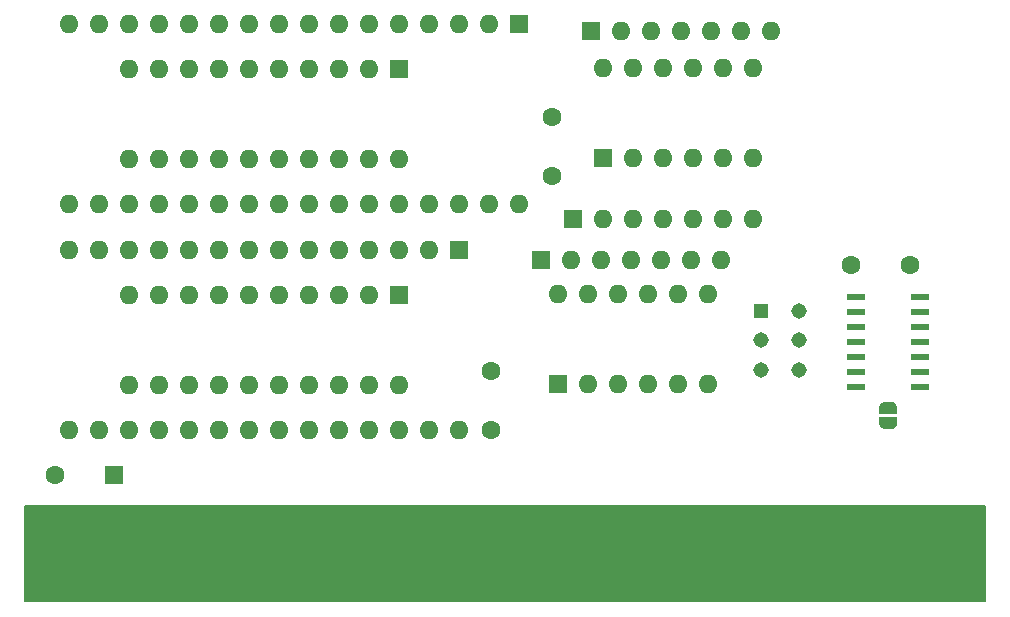
<source format=gbs>
G04 #@! TF.GenerationSoftware,KiCad,Pcbnew,(5.1.6-0)*
G04 #@! TF.CreationDate,2020-08-14T20:43:53-05:00*
G04 #@! TF.ProjectId,DoubleROM-DOC,446f7562-6c65-4524-9f4d-2d444f432e6b,rev?*
G04 #@! TF.SameCoordinates,Original*
G04 #@! TF.FileFunction,Soldermask,Bot*
G04 #@! TF.FilePolarity,Negative*
%FSLAX46Y46*%
G04 Gerber Fmt 4.6, Leading zero omitted, Abs format (unit mm)*
G04 Created by KiCad (PCBNEW (5.1.6-0)) date 2020-08-14 20:43:53*
%MOMM*%
%LPD*%
G01*
G04 APERTURE LIST*
%ADD10C,0.150000*%
%ADD11O,1.600000X1.600000*%
%ADD12R,1.600000X1.600000*%
%ADD13R,1.778000X7.620000*%
%ADD14C,1.600000*%
%ADD15C,1.308000*%
%ADD16R,1.308000X1.308000*%
%ADD17R,1.500000X0.600000*%
G04 APERTURE END LIST*
D10*
G36*
X261708580Y-168015860D02*
G01*
X180408580Y-168015860D01*
X180408580Y-159915860D01*
X261708580Y-159915860D01*
X261708580Y-168015860D01*
G37*
X261708580Y-168015860D02*
X180408580Y-168015860D01*
X180408580Y-159915860D01*
X261708580Y-159915860D01*
X261708580Y-168015860D01*
D11*
X229322000Y-122829000D03*
X242022000Y-130449000D03*
X231862000Y-122829000D03*
X239482000Y-130449000D03*
X234402000Y-122829000D03*
X236942000Y-130449000D03*
X236942000Y-122829000D03*
X234402000Y-130449000D03*
X239482000Y-122829000D03*
X231862000Y-130449000D03*
X242022000Y-122829000D03*
D12*
X229322000Y-130449000D03*
D11*
X222250000Y-134360000D03*
X184150000Y-119120000D03*
X219710000Y-134360000D03*
X186690000Y-119120000D03*
X217170000Y-134360000D03*
X189230000Y-119120000D03*
X214630000Y-134360000D03*
X191770000Y-119120000D03*
X212090000Y-134360000D03*
X194310000Y-119120000D03*
X209550000Y-134360000D03*
X196850000Y-119120000D03*
X207010000Y-134360000D03*
X199390000Y-119120000D03*
X204470000Y-134360000D03*
X201930000Y-119120000D03*
X201930000Y-134360000D03*
X204470000Y-119120000D03*
X199390000Y-134360000D03*
X207010000Y-119120000D03*
X196850000Y-134360000D03*
X209550000Y-119120000D03*
X194310000Y-134360000D03*
X212090000Y-119120000D03*
X191770000Y-134360000D03*
X214630000Y-119120000D03*
X189230000Y-134360000D03*
X217170000Y-119120000D03*
X186690000Y-134360000D03*
X219710000Y-119120000D03*
X184150000Y-134360000D03*
D12*
X222250000Y-119120000D03*
D13*
X241370000Y-163908000D03*
X182950000Y-163908000D03*
X188030000Y-163908000D03*
X231210000Y-163908000D03*
X233750000Y-163908000D03*
X236290000Y-163908000D03*
X254070000Y-163908000D03*
X259150000Y-163908000D03*
D12*
X187960000Y-157353000D03*
D14*
X182960000Y-157353000D03*
X219837000Y-153543000D03*
X219837000Y-148543000D03*
X225070000Y-127020000D03*
X225070000Y-132020000D03*
D10*
G36*
X254241398Y-152923000D02*
G01*
X254241398Y-152947534D01*
X254236588Y-152996365D01*
X254227016Y-153044490D01*
X254212772Y-153091445D01*
X254193995Y-153136778D01*
X254170864Y-153180051D01*
X254143604Y-153220850D01*
X254112476Y-153258779D01*
X254077779Y-153293476D01*
X254039850Y-153324604D01*
X253999051Y-153351864D01*
X253955778Y-153374995D01*
X253910445Y-153393772D01*
X253863490Y-153408016D01*
X253815365Y-153417588D01*
X253766534Y-153422398D01*
X253742000Y-153422398D01*
X253742000Y-153423000D01*
X253242000Y-153423000D01*
X253242000Y-153422398D01*
X253217466Y-153422398D01*
X253168635Y-153417588D01*
X253120510Y-153408016D01*
X253073555Y-153393772D01*
X253028222Y-153374995D01*
X252984949Y-153351864D01*
X252944150Y-153324604D01*
X252906221Y-153293476D01*
X252871524Y-153258779D01*
X252840396Y-153220850D01*
X252813136Y-153180051D01*
X252790005Y-153136778D01*
X252771228Y-153091445D01*
X252756984Y-153044490D01*
X252747412Y-152996365D01*
X252742602Y-152947534D01*
X252742602Y-152923000D01*
X252742000Y-152923000D01*
X252742000Y-152423000D01*
X254242000Y-152423000D01*
X254242000Y-152923000D01*
X254241398Y-152923000D01*
G37*
G36*
X252742000Y-152123000D02*
G01*
X252742000Y-151623000D01*
X252742602Y-151623000D01*
X252742602Y-151598466D01*
X252747412Y-151549635D01*
X252756984Y-151501510D01*
X252771228Y-151454555D01*
X252790005Y-151409222D01*
X252813136Y-151365949D01*
X252840396Y-151325150D01*
X252871524Y-151287221D01*
X252906221Y-151252524D01*
X252944150Y-151221396D01*
X252984949Y-151194136D01*
X253028222Y-151171005D01*
X253073555Y-151152228D01*
X253120510Y-151137984D01*
X253168635Y-151128412D01*
X253217466Y-151123602D01*
X253242000Y-151123602D01*
X253242000Y-151123000D01*
X253742000Y-151123000D01*
X253742000Y-151123602D01*
X253766534Y-151123602D01*
X253815365Y-151128412D01*
X253863490Y-151137984D01*
X253910445Y-151152228D01*
X253955778Y-151171005D01*
X253999051Y-151194136D01*
X254039850Y-151221396D01*
X254077779Y-151252524D01*
X254112476Y-151287221D01*
X254143604Y-151325150D01*
X254170864Y-151365949D01*
X254193995Y-151409222D01*
X254212772Y-151454555D01*
X254227016Y-151501510D01*
X254236588Y-151549635D01*
X254241398Y-151598466D01*
X254241398Y-151623000D01*
X254242000Y-151623000D01*
X254242000Y-152123000D01*
X252742000Y-152123000D01*
G37*
D11*
X243580000Y-119700000D03*
X241040000Y-119700000D03*
X238500000Y-119700000D03*
X235960000Y-119700000D03*
X233420000Y-119700000D03*
X230880000Y-119700000D03*
D12*
X228340000Y-119700000D03*
X224070000Y-139110000D03*
D11*
X226610000Y-139110000D03*
X229150000Y-139110000D03*
X231690000Y-139110000D03*
X234230000Y-139110000D03*
X236770000Y-139110000D03*
X239310000Y-139110000D03*
D12*
X226770000Y-135620000D03*
D11*
X229310000Y-135620000D03*
X231850000Y-135620000D03*
X234390000Y-135620000D03*
X236930000Y-135620000D03*
X239470000Y-135620000D03*
X242010000Y-135620000D03*
D12*
X225552000Y-149606000D03*
D11*
X238252000Y-141986000D03*
X228092000Y-149606000D03*
X235712000Y-141986000D03*
X230632000Y-149606000D03*
X233172000Y-141986000D03*
X233172000Y-149606000D03*
X230632000Y-141986000D03*
X235712000Y-149606000D03*
X228092000Y-141986000D03*
X238252000Y-149606000D03*
X225552000Y-141986000D03*
D15*
X245948000Y-148423000D03*
X245948000Y-145923000D03*
X245948000Y-143423000D03*
X242748000Y-148423000D03*
X242748000Y-145923000D03*
D16*
X242748000Y-143423000D03*
D11*
X217170000Y-153543000D03*
X184150000Y-138303000D03*
X214630000Y-153543000D03*
X186690000Y-138303000D03*
X212090000Y-153543000D03*
X189230000Y-138303000D03*
X209550000Y-153543000D03*
X191770000Y-138303000D03*
X207010000Y-153543000D03*
X194310000Y-138303000D03*
X204470000Y-153543000D03*
X196850000Y-138303000D03*
X201930000Y-153543000D03*
X199390000Y-138303000D03*
X199390000Y-153543000D03*
X201930000Y-138303000D03*
X196850000Y-153543000D03*
X204470000Y-138303000D03*
X194310000Y-153543000D03*
X207010000Y-138303000D03*
X191770000Y-153543000D03*
X209550000Y-138303000D03*
X189230000Y-153543000D03*
X212090000Y-138303000D03*
X186690000Y-153543000D03*
X214630000Y-138303000D03*
X184150000Y-153543000D03*
D12*
X217170000Y-138303000D03*
D11*
X212090000Y-130556000D03*
X189230000Y-122936000D03*
X209550000Y-130556000D03*
X191770000Y-122936000D03*
X207010000Y-130556000D03*
X194310000Y-122936000D03*
X204470000Y-130556000D03*
X196850000Y-122936000D03*
X201930000Y-130556000D03*
X199390000Y-122936000D03*
X199390000Y-130556000D03*
X201930000Y-122936000D03*
X196850000Y-130556000D03*
X204470000Y-122936000D03*
X194310000Y-130556000D03*
X207010000Y-122936000D03*
X191770000Y-130556000D03*
X209550000Y-122936000D03*
X189230000Y-130556000D03*
D12*
X212090000Y-122936000D03*
X212090000Y-142113000D03*
D11*
X189230000Y-149733000D03*
X209550000Y-142113000D03*
X191770000Y-149733000D03*
X207010000Y-142113000D03*
X194310000Y-149733000D03*
X204470000Y-142113000D03*
X196850000Y-149733000D03*
X201930000Y-142113000D03*
X199390000Y-149733000D03*
X199390000Y-142113000D03*
X201930000Y-149733000D03*
X196850000Y-142113000D03*
X204470000Y-149733000D03*
X194310000Y-142113000D03*
X207010000Y-149733000D03*
X191770000Y-142113000D03*
X209550000Y-149733000D03*
X189230000Y-142113000D03*
X212090000Y-149733000D03*
D17*
X256192000Y-142240000D03*
X256192000Y-143510000D03*
X256192000Y-144780000D03*
X256192000Y-146050000D03*
X256192000Y-147320000D03*
X256192000Y-148590000D03*
X256192000Y-149860000D03*
X250792000Y-149860000D03*
X250792000Y-148590000D03*
X250792000Y-147320000D03*
X250792000Y-146050000D03*
X250792000Y-144780000D03*
X250792000Y-143510000D03*
X250792000Y-142240000D03*
D14*
X250317000Y-139573000D03*
X255317000Y-139573000D03*
M02*

</source>
